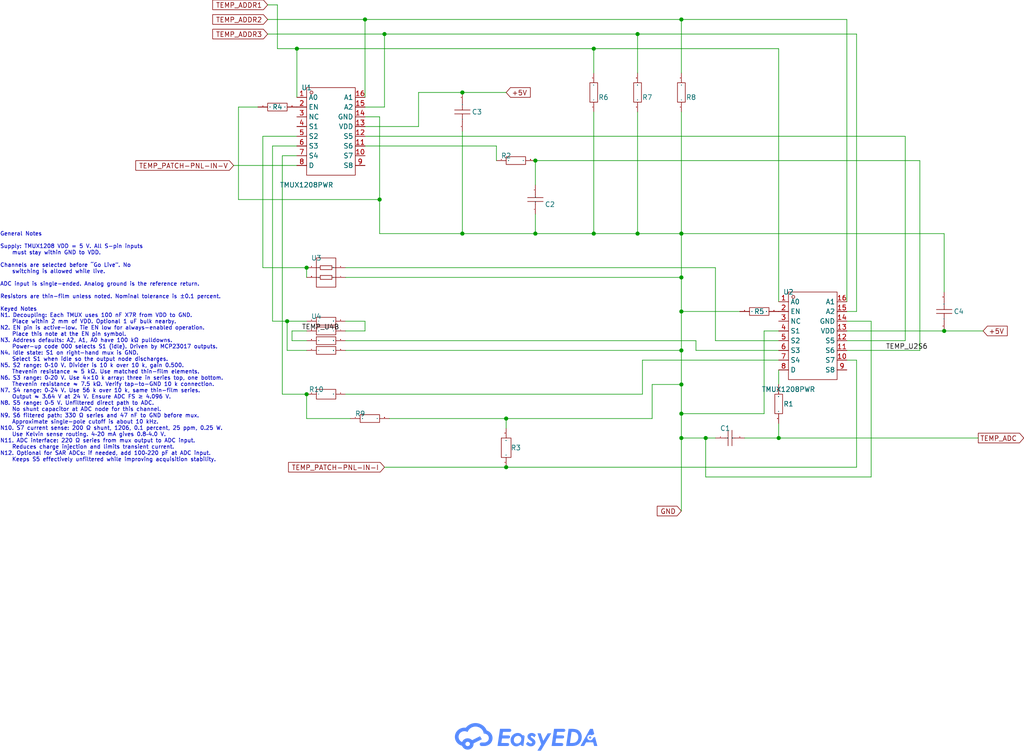
<source format=kicad_sch>
(kicad_sch (version 20250114) (generator "eeschema") (generator_version "9.0")
  (paper "User" 267.233 195.961)
  (lib_symbols
    (symbol "ProPrj_Pra-easyedapro:0603WAF1002T5E"
      (symbol "0603WAF1002T5E_1_0"
        (pin input line (at -5.08 0 0) (length 2.54) (name "1") (number "1"))
        (pin input line (at 5.08 0 180) (length 2.54) (name "2") (number "2"))
      )
    )
    (symbol "ProPrj_Pra-easyedapro:0603WAF2200T5E"
      (property "Reference" "R" (at 0 0 0))
      (symbol "0603WAF2200T5E_1_0"
        (pin input line (at -5.08 0 0) (length 2.54) (name "1") (number "1"))
        (pin input line (at 5.08 0 180) (length 2.54) (name "2") (number "2"))
      )
    )
    (symbol "ProPrj_Pra-easyedapro:ACASA1002S1002P1AT"
      (property "Reference" "U" (at 0 0 0))
      (symbol "ACASA1002S1002P1AT_1_0"
        (pin input line (at -5.08 5.08 0) (length 2.54) (name "1") (number "1"))
        (pin input line (at -5.08 2.54 0) (length 2.54) (name "2") (number "2"))
        (pin input line (at -5.08 0 0) (length 2.54) (name "3") (number "3"))
        (pin input line (at -5.08 -2.54 0) (length 2.54) (name "4") (number "4"))
        (pin input line (at 5.08 5.08 180) (length 2.54) (name "8") (number "8"))
        (pin input line (at 5.08 2.54 180) (length 2.54) (name "7") (number "7"))
        (pin input line (at 5.08 0 180) (length 2.54) (name "6") (number "6"))
        (pin input line (at 5.08 -2.54 180) (length 2.54) (name "5") (number "5"))
      )
    )
    (symbol "ProPrj_Pra-easyedapro:ACASN1002S1002P1AT"
      (property "Reference" "U" (at 0 0 0))
      (symbol "ACASN1002S1002P1AT_1_0"
        (pin unspecified line (at -5.08 2.54 0) (length 2.54) (name "1") (number "1"))
        (pin unspecified line (at -5.08 0 0) (length 2.54) (name "3") (number "3"))
        (pin unspecified line (at 5.08 2.54 180) (length 2.54) (name "2") (number "2"))
        (pin unspecified line (at 5.08 0 180) (length 2.54) (name "4") (number "4"))
      )
    )
    (symbol "ProPrj_Pra-easyedapro:CC0603KRX7R9BB104"
      (property "Reference" "C" (at 0 0 0))
      (symbol "CC0603KRX7R9BB104_1_0"
        (pin unspecified line (at -5.08 0 0) (length 2.54) (name "1") (number "1"))
        (pin unspecified line (at 5.08 0 180) (length 2.54) (name "2") (number "2"))
      )
    )
    (symbol "ProPrj_Pra-easyedapro:CL10B103KB8NNNC"
      (property "Reference" "C" (at 0 0 0))
      (symbol "CL10B103KB8NNNC_1_0"
        (pin input line (at -3.81 0 0) (length 2.54) (name "1") (number "1"))
        (pin input line (at 3.81 0 180) (length 2.54) (name "2") (number "2"))
      )
    )
    (symbol "ProPrj_Pra-easyedapro:CL10B473KB8NNNC"
      (property "Reference" "C" (at 0 0 0))
      (symbol "CL10B473KB8NNNC_1_0"
        (pin input line (at -3.81 0 0) (length 2.54) (name "1") (number "1"))
        (pin input line (at 3.81 0 180) (length 2.54) (name "2") (number "2"))
      )
    )
    (symbol "ProPrj_Pra-easyedapro:Drawing-Symbol_A4")
    (symbol "ProPrj_Pra-easyedapro:RC0402FR-07330RL"
      (property "Reference" "R" (at 0 0 0))
      (symbol "RC0402FR-07330RL_1_0"
        (pin input line (at -5.08 0 0) (length 2.54) (name "1") (number "1"))
        (pin input line (at 5.08 0 180) (length 2.54) (name "2") (number "2"))
      )
    )
    (symbol "ProPrj_Pra-easyedapro:RT0603BRD0710KL"
      (property "Reference" "R" (at 0 0 0))
      (symbol "RT0603BRD0710KL_1_0"
        (pin input line (at -5.08 0 0) (length 2.54) (name "1") (number "1"))
        (pin input line (at 5.08 0 180) (length 2.54) (name "2") (number "2"))
      )
    )
    (symbol "ProPrj_Pra-easyedapro:RT0603BRD0756KL"
      (property "Reference" "R" (at 0 0 0))
      (symbol "RT0603BRD0756KL_1_0"
        (pin unspecified line (at -5.08 0 0) (length 2.54) (name "1") (number "1"))
        (pin unspecified line (at 5.08 0 180) (length 2.54) (name "2") (number "2"))
      )
    )
    (symbol "ProPrj_Pra-easyedapro:RT1206BRD07200RL"
      (property "Reference" "R" (at 0 0 0))
      (symbol "RT1206BRD07200RL_1_0"
        (pin unspecified line (at -5.08 0 0) (length 2.54) (name "1") (number "1"))
        (pin unspecified line (at 5.08 0 180) (length 2.54) (name "2") (number "2"))
      )
    )
    (symbol "ProPrj_Pra-easyedapro:TMUX1208PWR"
      (property "Reference" "U" (at 0 0 0))
      (symbol "TMUX1208PWR_1_0"
        (pin unspecified line (at -8.89 8.89 0) (length 2.54) (name "A0") (number "1"))
        (pin unspecified line (at -8.89 6.35 0) (length 2.54) (name "EN") (number "2"))
        (pin unspecified line (at -8.89 3.81 0) (length 2.54) (name "NC") (number "3"))
        (pin unspecified line (at -8.89 1.27 0) (length 2.54) (name "S1") (number "4"))
        (pin unspecified line (at -8.89 -1.27 0) (length 2.54) (name "S2") (number "5"))
        (pin unspecified line (at -8.89 -3.81 0) (length 2.54) (name "S3") (number "6"))
        (pin unspecified line (at -8.89 -6.35 0) (length 2.54) (name "S4") (number "7"))
        (pin unspecified line (at -8.89 -8.89 0) (length 2.54) (name "D") (number "8"))
        (pin unspecified line (at 8.89 8.89 180) (length 2.54) (name "A1") (number "16"))
        (pin unspecified line (at 8.89 6.35 180) (length 2.54) (name "A2") (number "15"))
        (pin unspecified line (at 8.89 3.81 180) (length 2.54) (name "GND") (number "14"))
        (pin unspecified line (at 8.89 1.27 180) (length 2.54) (name "VDD") (number "13"))
        (pin unspecified line (at 8.89 -1.27 180) (length 2.54) (name "S5") (number "12"))
        (pin unspecified line (at 8.89 -3.81 180) (length 2.54) (name "S6") (number "11"))
        (pin unspecified line (at 8.89 -6.35 180) (length 2.54) (name "S7") (number "10"))
        (pin unspecified line (at 8.89 -8.89 180) (length 2.54) (name "S8") (number "9"))
      )
    )
  )
  (text "General Notes\n\nSupply: TMUX1208 VDD = 5 V. All S-pin inputs \n    must stay within GND to VDD.\n\nChannels are selected before “Go Live”. No \n    switching is allowed while live.\n\nADC input is single-ended. Analog ground is the reference return.\n\nResistors are thin-film unless noted. Nominal tolerance is ±0.1 percent.\n\nKeyed Notes\nN1. Decoupling: Each TMUX uses 100 nF X7R from VDD to GND.\n    Place within 2 mm of VDD. Optional 1 uF bulk nearby.\nN2. EN pin is active-low. Tie EN low for always-enabled operation.\n    Place this note at the EN pin symbol.\nN3. Address defaults: A2, A1, A0 have 100 kΩ pulldowns.\n    Power-up code 000 selects S1 (idle). Driven by MCP23017 outputs.\nN4. Idle state: S1 on right-hand mux is GND.\n    Select S1 when idle so the output node discharges.\nN5. S2 range: 0–10 V. Divider is 10 k over 10 k, gain 0.500.\n    Thevenin resistance ≈ 5 kΩ. Use matched thin-film elements.\nN6. S3 range: 0–20 V. Use 4×10 k array: three in series top, one bottom.\n    Thevenin resistance ≈ 7.5 kΩ. Verify tap-to-GND 10 k connection.\nN7. S4 range: 0–24 V. Use 56 k over 10 k, same thin-film series.\n    Output ≈ 3.64 V at 24 V. Ensure ADC FS ≥ 4.096 V.\nN8. S5 range: 0–5 V. Unfiltered direct path to ADC.\n    No shunt capacitor at ADC node for this channel.\nN9. S6 filtered path: 330 Ω series and 47 nF to GND before mux.\n    Approximate single-pole cutoff is about 10 kHz.\nN10. S7 current sense: 200 Ω shunt, 1206, 0.1 percent, 25 ppm, 0.25 W.\n    Use Kelvin sense routing. 4–20 mA gives 0.8–4.0 V.\nN11. ADC interface: 220 Ω series from mux output to ADC input.\n    Reduces charge injection and limits transient current.\nN12. Optional for SAR ADCs: if needed, add 100–220 pF at ADC input.\n    Keeps S5 effectively unfiltered while improving acquisition stability." (at 0 120.65 0) (effects (font (size 1.016 1.016)) (justify left bottom)))
  (junction (at 203.2 114.3))
  (junction (at 177.8 100.33))
  (junction (at 166.37 8.89))
  (junction (at 154.94 12.7))
  (junction (at 80.01 102.87))
  (junction (at 166.37 60.96))
  (junction (at 139.7 60.96))
  (junction (at 177.8 81.28))
  (junction (at 132.08 109.22))
  (junction (at 177.8 72.39))
  (junction (at 120.65 60.96))
  (junction (at 120.65 24.13))
  (junction (at 95.25 5.08))
  (junction (at 177.8 5.08))
  (junction (at 184.15 114.3))
  (junction (at 132.08 121.92))
  (junction (at 80.01 69.85))
  (junction (at 77.47 12.7))
  (junction (at 139.7 41.91))
  (junction (at 177.8 91.44))
  (junction (at 74.93 83.82))
  (junction (at 246.38 86.36))
  (junction (at 154.94 60.96))
  (junction (at 99.06 52.07))
  (junction (at 100.33 8.89))
  (junction (at 177.8 114.3))
  (junction (at 177.8 107.95))
  (junction (at 177.8 60.96))
  (wire (pts (xy 177.8 114.3) (xy 177.8 133.35)))
  (wire (pts (xy 95.25 35.56) (xy 236.22 35.56)))
  (wire (pts (xy 77.47 35.56) (xy 68.58 35.56)))
  (wire (pts (xy 199.39 86.36) (xy 203.2 86.36)))
  (wire (pts (xy 67.31 27.94) (xy 62.23 27.94)))
  (wire (pts (xy 68.58 69.85) (xy 80.01 69.85)))
  (wire (pts (xy 154.94 60.96) (xy 154.94 29.21)))
  (wire (pts (xy 177.8 5.08) (xy 220.98 5.08)))
  (wire (pts (xy 80.01 72.39) (xy 80.01 69.85)))
  (wire (pts (xy 166.37 8.89) (xy 223.52 8.89)))
  (wire (pts (xy 177.8 107.95) (xy 199.39 107.95)))
  (wire (pts (xy 72.39 12.7) (xy 77.47 12.7)))
  (wire (pts (xy 109.22 24.13) (xy 120.65 24.13)))
  (wire (pts (xy 177.8 60.96) (xy 177.8 29.21)))
  (wire (pts (xy 177.8 72.39) (xy 177.8 60.96)))
  (wire (pts (xy 154.94 60.96) (xy 139.7 60.96)))
  (wire (pts (xy 74.93 83.82) (xy 80.01 83.82)))
  (wire (pts (xy 74.93 83.82) (xy 71.12 83.82)))
  (wire (pts (xy 166.37 60.96) (xy 166.37 29.21)))
  (wire (pts (xy 132.08 121.92) (xy 223.52 121.92)))
  (wire (pts (xy 186.69 88.9) (xy 203.2 88.9)))
  (wire (pts (xy 181.61 91.44) (xy 203.2 91.44)))
  (wire (pts (xy 223.52 93.98) (xy 220.98 93.98)))
  (wire (pts (xy 186.69 69.85) (xy 186.69 88.9)))
  (wire (pts (xy 177.8 100.33) (xy 177.8 107.95)))
  (wire (pts (xy 177.8 114.3) (xy 184.15 114.3)))
  (wire (pts (xy 74.93 83.82) (xy 74.93 91.44)))
  (wire (pts (xy 132.08 109.22) (xy 132.08 111.76)))
  (wire (pts (xy 167.64 102.87) (xy 167.64 93.98)))
  (wire (pts (xy 100.33 27.94) (xy 95.25 27.94)))
  (wire (pts (xy 203.2 78.74) (xy 203.2 12.7)))
  (wire (pts (xy 177.8 5.08) (xy 177.8 19.05)))
  (wire (pts (xy 154.94 12.7) (xy 203.2 12.7)))
  (wire (pts (xy 71.12 83.82) (xy 71.12 38.1)))
  (wire (pts (xy 90.17 102.87) (xy 167.64 102.87)))
  (wire (pts (xy 194.31 114.3) (xy 203.2 114.3)))
  (wire (pts (xy 95.25 33.02) (xy 109.22 33.02)))
  (wire (pts (xy 139.7 41.91) (xy 240.03 41.91)))
  (wire (pts (xy 74.93 91.44) (xy 80.01 91.44)))
  (wire (pts (xy 90.17 83.82) (xy 95.25 83.82)))
  (wire (pts (xy 177.8 81.28) (xy 193.04 81.28)))
  (wire (pts (xy 95.25 38.1) (xy 129.54 38.1)))
  (wire (pts (xy 220.98 5.08) (xy 220.98 78.74)))
  (wire (pts (xy 167.64 93.98) (xy 203.2 93.98)))
  (wire (pts (xy 99.06 52.07) (xy 99.06 60.96)))
  (wire (pts (xy 99.06 30.48) (xy 95.25 30.48)))
  (wire (pts (xy 220.98 81.28) (xy 223.52 81.28)))
  (wire (pts (xy 72.39 12.7) (xy 72.39 1.27)))
  (wire (pts (xy 246.38 60.96) (xy 177.8 60.96)))
  (wire (pts (xy 246.38 86.36) (xy 256.54 86.36)))
  (wire (pts (xy 99.06 52.07) (xy 99.06 30.48)))
  (wire (pts (xy 60.96 43.18) (xy 77.47 43.18)))
  (wire (pts (xy 170.18 100.33) (xy 177.8 100.33)))
  (wire (pts (xy 203.2 114.3) (xy 255.27 114.3)))
  (wire (pts (xy 77.47 38.1) (xy 71.12 38.1)))
  (wire (pts (xy 73.66 40.64) (xy 73.66 102.87)))
  (wire (pts (xy 236.22 88.9) (xy 220.98 88.9)))
  (wire (pts (xy 120.65 60.96) (xy 120.65 34.29)))
  (wire (pts (xy 203.2 110.49) (xy 203.2 114.3)))
  (wire (pts (xy 120.65 60.96) (xy 99.06 60.96)))
  (wire (pts (xy 199.39 107.95) (xy 199.39 86.36)))
  (wire (pts (xy 80.01 109.22) (xy 91.44 109.22)))
  (wire (pts (xy 154.94 12.7) (xy 154.94 19.05)))
  (wire (pts (xy 95.25 83.82) (xy 95.25 86.36)))
  (wire (pts (xy 184.15 124.46) (xy 227.33 124.46)))
  (wire (pts (xy 240.03 91.44) (xy 220.98 91.44)))
  (wire (pts (xy 129.54 38.1) (xy 129.54 41.91)))
  (wire (pts (xy 246.38 76.2) (xy 246.38 60.96)))
  (wire (pts (xy 68.58 35.56) (xy 68.58 69.85)))
  (wire (pts (xy 181.61 88.9) (xy 181.61 91.44)))
  (wire (pts (xy 80.01 102.87) (xy 80.01 109.22)))
  (wire (pts (xy 95.25 5.08) (xy 69.85 5.08)))
  (wire (pts (xy 223.52 8.89) (xy 223.52 81.28)))
  (wire (pts (xy 95.25 86.36) (xy 90.17 86.36)))
  (wire (pts (xy 100.33 8.89) (xy 69.85 8.89)))
  (wire (pts (xy 76.2 88.9) (xy 80.01 88.9)))
  (wire (pts (xy 177.8 91.44) (xy 177.8 100.33)))
  (wire (pts (xy 170.18 109.22) (xy 170.18 100.33)))
  (wire (pts (xy 62.23 27.94) (xy 62.23 52.07)))
  (wire (pts (xy 90.17 69.85) (xy 186.69 69.85)))
  (wire (pts (xy 236.22 35.56) (xy 236.22 88.9)))
  (wire (pts (xy 177.8 91.44) (xy 177.8 81.28)))
  (wire (pts (xy 76.2 86.36) (xy 76.2 88.9)))
  (wire (pts (xy 100.33 8.89) (xy 166.37 8.89)))
  (wire (pts (xy 73.66 102.87) (xy 80.01 102.87)))
  (wire (pts (xy 77.47 12.7) (xy 77.47 25.4)))
  (wire (pts (xy 139.7 60.96) (xy 139.7 55.88)))
  (wire (pts (xy 166.37 19.05) (xy 166.37 8.89)))
  (wire (pts (xy 240.03 41.91) (xy 240.03 91.44)))
  (wire (pts (xy 95.25 5.08) (xy 95.25 25.4)))
  (wire (pts (xy 120.65 60.96) (xy 139.7 60.96)))
  (wire (pts (xy 77.47 40.64) (xy 73.66 40.64)))
  (wire (pts (xy 109.22 24.13) (xy 109.22 33.02)))
  (wire (pts (xy 223.52 121.92) (xy 223.52 93.98)))
  (wire (pts (xy 120.65 24.13) (xy 132.08 24.13)))
  (wire (pts (xy 227.33 83.82) (xy 220.98 83.82)))
  (wire (pts (xy 154.94 12.7) (xy 77.47 12.7)))
  (wire (pts (xy 100.33 121.92) (xy 132.08 121.92)))
  (wire (pts (xy 177.8 91.44) (xy 90.17 91.44)))
  (wire (pts (xy 166.37 60.96) (xy 154.94 60.96)))
  (wire (pts (xy 132.08 109.22) (xy 101.6 109.22)))
  (wire (pts (xy 62.23 52.07) (xy 99.06 52.07)))
  (wire (pts (xy 132.08 109.22) (xy 170.18 109.22)))
  (wire (pts (xy 227.33 124.46) (xy 227.33 83.82)))
  (wire (pts (xy 184.15 114.3) (xy 184.15 124.46)))
  (wire (pts (xy 186.69 114.3) (xy 184.15 114.3)))
  (wire (pts (xy 177.8 72.39) (xy 90.17 72.39)))
  (wire (pts (xy 90.17 88.9) (xy 181.61 88.9)))
  (wire (pts (xy 177.8 72.39) (xy 177.8 81.28)))
  (wire (pts (xy 100.33 8.89) (xy 100.33 27.94)))
  (wire (pts (xy 203.2 96.52) (xy 203.2 100.33)))
  (wire (pts (xy 139.7 48.26) (xy 139.7 41.91)))
  (wire (pts (xy 220.98 86.36) (xy 246.38 86.36)))
  (wire (pts (xy 72.39 1.27) (xy 69.85 1.27)))
  (wire (pts (xy 166.37 60.96) (xy 177.8 60.96)))
  (wire (pts (xy 95.25 5.08) (xy 177.8 5.08)))
  (wire (pts (xy 80.01 86.36) (xy 76.2 86.36)))
  (wire (pts (xy 177.8 114.3) (xy 177.8 107.95)))
  (label "TEMP_U4B" (at 78.74 86.36 0))
  (label "TEMP_U2S6" (at 231.14 91.44 0))
  (global_label "+5V" (shape input) (at 256.54 86.36 0) (property "Intersheetrefs" "${INTERSHEET_REFS}" (effects (hide yes))))
  (global_label "GND" (shape input) (at 177.8 133.35 180) (property "Intersheetrefs" "${INTERSHEET_REFS}" (effects (hide yes))))
  (global_label "TEMP_ADC" (shape output) (at 255.27 114.3 0) (property "Intersheetrefs" "${INTERSHEET_REFS}" (effects (hide yes))))
  (global_label "TEMP_ADDR3" (shape input) (at 69.85 8.89 180) (property "Intersheetrefs" "${INTERSHEET_REFS}" (effects (hide yes))))
  (global_label "+5V" (shape input) (at 132.08 24.13 0) (property "Intersheetrefs" "${INTERSHEET_REFS}" (effects (hide yes))))
  (global_label "TEMP_PATCH-PNL-IN-I" (shape input) (at 100.33 121.92 180) (property "Intersheetrefs" "${INTERSHEET_REFS}" (effects (hide yes))))
  (global_label "TEMP_ADDR1" (shape input) (at 69.85 1.27 180) (property "Intersheetrefs" "${INTERSHEET_REFS}" (effects (hide yes))))
  (global_label "TEMP_PATCH-PNL-IN-V" (shape input) (at 60.96 43.18 180) (property "Intersheetrefs" "${INTERSHEET_REFS}" (effects (hide yes))))
  (global_label "TEMP_ADDR2" (shape input) (at 69.85 5.08 180) (property "Intersheetrefs" "${INTERSHEET_REFS}" (effects (hide yes))))
  (symbol (lib_id "ProPrj_Pra-easyedapro:RC0402FR-07330RL") (at 134.62 41.91 0) (unit 1)
    (property "Reference" "R2" (at 132.08 40.64 0))
    (property "Value" "330Ω" (effects (hide yes)))
    (property "Footprint" "ProPrj_Pra-easyedapro:R0402" (effects (hide yes)))
    (property "Datasheet" "https://item.szlcsc.com/datasheet/RC0402FR-07330RL/107090.html" (effects (hide yes)))
    (property "Description" "Type:Thick Film Resistor Resistance:330Ω Tolerance:±1% Tolerance:±1% Power(Watts):62.5mW Voltage-Supply(Max):50V Temperature Coefficient:±100ppm/°C Temperature Coefficient:±100ppm/°C Operating Temperature:-55°C~+155°C Operating Temperature:-55°C~+155°C" (effects (hide yes)))
    (property "Manufacturer Part" "RC0402FR-07330RL" (effects (hide yes)))
    (property "Manufacturer" "YAGEO(国巨)" (effects (hide yes)))
    (property "Supplier Part" "C105875" (effects (hide yes)))
    (property "Supplier" "LCSC" (effects (hide yes)))
    (property "LCSC Part Name" "厚膜电阻 330Ω ±1% 62.5mW" (effects (hide yes)))
  )
  (symbol (lib_id "ProPrj_Pra-easyedapro:CC0603KRX7R9BB104") (at 120.65 29.21 90) (unit 1)
    (property "Reference" "C3" (at 124.46 29.21 90))
    (property "Value" "100nF" (effects (hide yes)))
    (property "Footprint" "ProPrj_Pra-easyedapro:C0603" (effects (hide yes)))
    (property "Datasheet" "https://atta.szlcsc.com/upload/public/pdf/source/20250214/096C4C206003071F5D32E5F0D8E7F8DF.pdf" (effects (hide yes)))
    (property "Description" "Capacitance:100nF Tolerance:±10% Tolerance:±10% Voltage Rating:50V Temperature Coefficient:X7R" (effects (hide yes)))
    (property "Manufacturer Part" "CC0603KRX7R9BB104" (effects (hide yes)))
    (property "Manufacturer" "YAGEO(国巨)" (effects (hide yes)))
    (property "Supplier Part" "C14663" (effects (hide yes)))
    (property "Supplier" "LCSC" (effects (hide yes)))
    (property "LCSC Part Name" "100nF ±10% 50V" (effects (hide yes)))
  )
  (symbol (lib_id "ProPrj_Pra-easyedapro:0603WAF1002T5E") (at 166.37 24.13 90) (unit 1)
    (property "Reference" "R7" (at 168.91 25.4 90))
    (property "Value" "10kΩ" (effects (hide yes)))
    (property "Footprint" "ProPrj_Pra-easyedapro:R0603" (effects (hide yes)))
    (property "Datasheet" "https://atta.szlcsc.com/upload/public/pdf/source/20200306/C422600_1E6D84923E4A46A82E41ADD87F860B5C.pdf" (effects (hide yes)))
    (property "Description" "Type:Thick Film Resistor Resistance:10kΩ Tolerance:±1% Tolerance:±1% Power(Watts):100mW Voltage-Supply(Max):75V Temperature Coefficient:±100ppm/°C Temperature Coefficient:±100ppm/°C Operating Temperature:-55°C~+155°C Operating Temperature:-55°C~+155°C" (effects (hide yes)))
    (property "Manufacturer Part" "0603WAF1002T5E" (effects (hide yes)))
    (property "Manufacturer" "UNI-ROYAL(厚声)" (effects (hide yes)))
    (property "Supplier Part" "C25804" (effects (hide yes)))
    (property "Supplier" "LCSC" (effects (hide yes)))
    (property "LCSC Part Name" "厚膜电阻 10kΩ ±1% 100mW" (effects (hide yes)))
  )
  (symbol (lib_id "ProPrj_Pra-easyedapro:RT0603BRD0710KL") (at 96.52 109.22 0) (unit 1)
    (property "Reference" "R9" (at 93.98 107.95 0))
    (property "Value" "10kΩ" (effects (hide yes)))
    (property "Footprint" "ProPrj_Pra-easyedapro:R0603" (effects (hide yes)))
    (property "Datasheet" "https://atta.szlcsc.com/upload/public/pdf/source/20250609/0E6D5617EADA80FA3B707391883DF2D5.pdf" (effects (hide yes)))
    (property "Description" "Type:Thin Film Resistor Resistance:10kΩ Tolerance:±0.1% Tolerance:±0.1% Power(Watts):100mW Voltage-Supply(Max):75V Temperature Coefficient:±25ppm/°C Temperature Coefficient:±25ppm/°C Operating Temperature:-55°C~+155°C Operating Temperature:-55°C~+155°C" (effects (hide yes)))
    (property "Manufacturer Part" "RT0603BRD0710KL" (effects (hide yes)))
    (property "Manufacturer" "YAGEO(国巨)" (effects (hide yes)))
    (property "Supplier Part" "C95204" (effects (hide yes)))
    (property "Supplier" "LCSC" (effects (hide yes)))
    (property "LCSC Part Name" "薄膜电阻 10kΩ ±0.1% 100mW" (effects (hide yes)))
  )
  (symbol (lib_id "ProPrj_Pra-easyedapro:TMUX1208PWR") (at 86.36 34.29 0) (unit 1)
    (property "Reference" "U1" (at 80.01 22.86 0))
    (property "Value" "TMUX1208PWR" (at 80.01 48.26 0))
    (property "Footprint" "ProPrj_Pra-easyedapro:TSSOP-16_L5.0-W4.4-P0.65-LS6.4-BL" (effects (hide yes)))
    (property "Datasheet" "https://www.ti.com/cn/lit/gpn/tmux1208" (effects (hide yes)))
    (property "Description" "Switch Circuit:SP8T single pole eight throw Number of Channels:8 Supply Voltage:1.08V~5.5V Supply Voltage:1.08V~5.5V Turn-on time:48ns On-State Resistance (Max):9Ω Turn-off time:48ns Operating Temperature:-40°C~+125°C Operating Temperature:-40°C~+125°C" (effects (hide yes)))
    (property "Manufacturer Part" "TMUX1208PWR" (effects (hide yes)))
    (property "Manufacturer" "TI(德州仪器)" (effects (hide yes)))
    (property "Supplier Part" "C494728" (effects (hide yes)))
    (property "Supplier" "LCSC" (effects (hide yes)))
    (property "LCSC Part Name" "TMUX1208 5V 双向8:1单通道多路复用器" (effects (hide yes)))
  )
  (symbol (lib_id "ProPrj_Pra-easyedapro:Drawing-Symbol_A4") (at -6.35 199.39 0) (unit 1)
    (property "Reference" "?" (at -6.35 199.39 0))
    (property "Footprint" "ProPrj_Pra-easyedapro:" (effects (hide yes)))
    (property "@Board Name" "Universal Analog Input" (at -6.35 199.39 0))
    (property "@Create Date" "2025-08-09" (at -6.35 199.39 0))
    (property "@Create Time" "20:16:12" (at -6.35 199.39 0))
    (property "@Page Count" "1" (at -6.35 199.39 0))
    (property "@Page Name" "P1" (at -6.35 199.39 0))
    (property "@Page No" "1" (at -6.35 199.39 0))
    (property "@Project Name" "Practice 4 layer" (at -6.35 199.39 0))
    (property "@Schematic Name" "Uni Analog In" (at -6.35 199.39 0))
    (property "@Update Date" "2025-08-16" (at -6.35 199.39 0))
    (property "@Update Time" "17:05:03" (at -6.35 199.39 0))
    (property "Blade Width" "10" (at -6.35 199.39 0))
    (property "Border" "1" (at -6.35 199.39 0))
    (property "Color" "#FF0000" (at -6.35 199.39 0))
    (property "Company" "EasyEDA.com" (at -6.35 199.39 0))
    (property "Height" "825" (at -6.35 199.39 0))
    (property "Page Size" "A4" (at -6.35 199.39 0))
    (property "Region Start" "1" (at -6.35 199.39 0))
    (property "Title Block" "1" (at -6.35 199.39 0))
    (property "Title Block Position" "3" (at -6.35 199.39 0))
    (property "Version" "V1.0" (at -6.35 199.39 0))
    (property "Width" "1170" (at -6.35 199.39 0))
    (property "X Region Count" "6" (at -6.35 199.39 0))
    (property "Y Region Count" "4" (at -6.35 199.39 0))
  )
  (symbol (lib_id "ProPrj_Pra-easyedapro:0603WAF1002T5E") (at 177.8 24.13 90) (unit 1)
    (property "Reference" "R8" (at 180.34 25.4 90))
    (property "Value" "10kΩ" (effects (hide yes)))
    (property "Footprint" "ProPrj_Pra-easyedapro:R0603" (effects (hide yes)))
    (property "Datasheet" "https://atta.szlcsc.com/upload/public/pdf/source/20200306/C422600_1E6D84923E4A46A82E41ADD87F860B5C.pdf" (effects (hide yes)))
    (property "Description" "Type:Thick Film Resistor Resistance:10kΩ Tolerance:±1% Tolerance:±1% Power(Watts):100mW Voltage-Supply(Max):75V Temperature Coefficient:±100ppm/°C Temperature Coefficient:±100ppm/°C Operating Temperature:-55°C~+155°C Operating Temperature:-55°C~+155°C" (effects (hide yes)))
    (property "Manufacturer Part" "0603WAF1002T5E" (effects (hide yes)))
    (property "Manufacturer" "UNI-ROYAL(厚声)" (effects (hide yes)))
    (property "Supplier Part" "C25804" (effects (hide yes)))
    (property "Supplier" "LCSC" (effects (hide yes)))
    (property "LCSC Part Name" "厚膜电阻 10kΩ ±1% 100mW" (effects (hide yes)))
  )
  (symbol (lib_id "ProPrj_Pra-easyedapro:CC0603KRX7R9BB104") (at 246.38 81.28 90) (unit 1)
    (property "Reference" "C4" (at 250.19 81.28 90))
    (property "Value" "100nF" (effects (hide yes)))
    (property "Footprint" "ProPrj_Pra-easyedapro:C0603" (effects (hide yes)))
    (property "Datasheet" "https://atta.szlcsc.com/upload/public/pdf/source/20250214/096C4C206003071F5D32E5F0D8E7F8DF.pdf" (effects (hide yes)))
    (property "Description" "Capacitance:100nF Tolerance:±10% Tolerance:±10% Voltage Rating:50V Temperature Coefficient:X7R" (effects (hide yes)))
    (property "Manufacturer Part" "CC0603KRX7R9BB104" (effects (hide yes)))
    (property "Manufacturer" "YAGEO(国巨)" (effects (hide yes)))
    (property "Supplier Part" "C14663" (effects (hide yes)))
    (property "Supplier" "LCSC" (effects (hide yes)))
    (property "LCSC Part Name" "100nF ±10% 50V" (effects (hide yes)))
  )
  (symbol (lib_id "ProPrj_Pra-easyedapro:RT0603BRD0756KL") (at 85.09 102.87 0) (unit 1)
    (property "Reference" "R10" (at 82.55 101.6 0))
    (property "Value" "56kΩ" (effects (hide yes)))
    (property "Footprint" "ProPrj_Pra-easyedapro:R0603" (effects (hide yes)))
    (property "Datasheet" "https://item.szlcsc.com/datasheet/RT0603BRD0756KL/742305.html" (effects (hide yes)))
    (property "Description" "Type:Thin Film Resistor Resistance:56kΩ Tolerance:±0.1% Tolerance:±0.1% Power(Watts):100mW Voltage-Supply(Max):75V Temperature Coefficient:±25ppm/°C Temperature Coefficient:±25ppm/°C Operating Temperature:-55°C~+155°C Operating Temperature:-55°C~+155°C" (effects (hide yes)))
    (property "Manufacturer Part" "RT0603BRD0756KL" (effects (hide yes)))
    (property "Manufacturer" "YAGEO(国巨)" (effects (hide yes)))
    (property "Supplier Part" "C705785" (effects (hide yes)))
    (property "Supplier" "LCSC" (effects (hide yes)))
    (property "LCSC Part Name" "薄膜电阻 56kΩ ±0.1% 100mW" (effects (hide yes)))
  )
  (symbol (lib_id "ProPrj_Pra-easyedapro:TMUX1208PWR") (at 212.09 87.63 0) (unit 1)
    (property "Reference" "U2" (at 205.74 76.2 0))
    (property "Value" "TMUX1208PWR" (at 205.74 101.6 0))
    (property "Footprint" "ProPrj_Pra-easyedapro:TSSOP-16_L5.0-W4.4-P0.65-LS6.4-BL" (effects (hide yes)))
    (property "Datasheet" "https://www.ti.com/cn/lit/gpn/tmux1208" (effects (hide yes)))
    (property "Description" "Switch Circuit:SP8T single pole eight throw Number of Channels:8 Supply Voltage:1.08V~5.5V Supply Voltage:1.08V~5.5V Turn-on time:48ns On-State Resistance (Max):9Ω Turn-off time:48ns Operating Temperature:-40°C~+125°C Operating Temperature:-40°C~+125°C" (effects (hide yes)))
    (property "Manufacturer Part" "TMUX1208PWR" (effects (hide yes)))
    (property "Manufacturer" "TI(德州仪器)" (effects (hide yes)))
    (property "Supplier Part" "C494728" (effects (hide yes)))
    (property "Supplier" "LCSC" (effects (hide yes)))
    (property "LCSC Part Name" "TMUX1208 5V 双向8:1单通道多路复用器" (effects (hide yes)))
  )
  (symbol (lib_id "ProPrj_Pra-easyedapro:CL10B103KB8NNNC") (at 190.5 114.3 0) (unit 1)
    (property "Reference" "C1" (at 189.23 111.76 0))
    (property "Value" "10nF" (effects (hide yes)))
    (property "Footprint" "ProPrj_Pra-easyedapro:C0603" (effects (hide yes)))
    (property "Datasheet" "https://atta.szlcsc.com/upload/public/pdf/source/20160218/1457707763339.pdf" (effects (hide yes)))
    (property "Description" "Capacitance: Tolerance:±10% Tolerance:±10% Voltage Rated: Temperature Coefficient:" (effects (hide yes)))
    (property "Manufacturer Part" "CL10B103KB8NNNC" (effects (hide yes)))
    (property "Manufacturer" "SAMSUNG(三星)" (effects (hide yes)))
    (property "Supplier Part" "C1589" (effects (hide yes)))
    (property "Supplier" "LCSC" (effects (hide yes)))
    (property "LCSC Part Name" "10nF ±10% 50V" (effects (hide yes)))
  )
  (symbol (lib_id "ProPrj_Pra-easyedapro:0603WAF1002T5E") (at 154.94 24.13 90) (unit 1)
    (property "Reference" "R6" (at 157.48 25.4 90))
    (property "Value" "10kΩ" (effects (hide yes)))
    (property "Footprint" "ProPrj_Pra-easyedapro:R0603" (effects (hide yes)))
    (property "Datasheet" "https://atta.szlcsc.com/upload/public/pdf/source/20200306/C422600_1E6D84923E4A46A82E41ADD87F860B5C.pdf" (effects (hide yes)))
    (property "Description" "Type:Thick Film Resistor Resistance:10kΩ Tolerance:±1% Tolerance:±1% Power(Watts):100mW Voltage-Supply(Max):75V Temperature Coefficient:±100ppm/°C Temperature Coefficient:±100ppm/°C Operating Temperature:-55°C~+155°C Operating Temperature:-55°C~+155°C" (effects (hide yes)))
    (property "Manufacturer Part" "0603WAF1002T5E" (effects (hide yes)))
    (property "Manufacturer" "UNI-ROYAL(厚声)" (effects (hide yes)))
    (property "Supplier Part" "C25804" (effects (hide yes)))
    (property "Supplier" "LCSC" (effects (hide yes)))
    (property "LCSC Part Name" "厚膜电阻 10kΩ ±1% 100mW" (effects (hide yes)))
  )
  (symbol (lib_id "ProPrj_Pra-easyedapro:ACASA1002S1002P1AT") (at 85.09 88.9 0) (unit 1)
    (property "Reference" "U4" (at 82.55 82.55 0))
    (property "Value" "10kΩ" (effects (hide yes)))
    (property "Footprint" "ProPrj_Pra-easyedapro:RES-ARRAY-SMD_0603-8P-L3.2-W1.6-BL" (effects (hide yes)))
    (property "Datasheet" "https://atta.szlcsc.com/upload/public/pdf/source/20210610/946032B312301F04FF34E4BF4252574C.pdf" (effects (hide yes)))
    (property "Description" "Number of Resistors: Resistance:10kΩ Tolerance:±0.1% Tolerance:±0.1% Power(Watts):125mW Temperature Coefficient:±25ppm/°C Temperature Coefficient:±25ppm/°C Number of Pins:" (effects (hide yes)))
    (property "Manufacturer Part" "ACASA1002S1002P1AT" (effects (hide yes)))
    (property "Manufacturer" "VISHAY(威世)" (effects (hide yes)))
    (property "Supplier Part" "C2654119" (effects (hide yes)))
    (property "Supplier" "LCSC" (effects (hide yes)))
    (property "LCSC Part Name" "10kΩ ±0.1%" (effects (hide yes)))
  )
  (symbol (lib_id "ProPrj_Pra-easyedapro:ACASN1002S1002P1AT") (at 85.09 72.39 0) (unit 1)
    (property "Reference" "U3" (at 82.55 67.31 0))
    (property "Value" "10kΩ" (effects (hide yes)))
    (property "Footprint" "ProPrj_Pra-easyedapro:RES-ARRAY-SMD_4P-L1.6-W1.5-BL" (effects (hide yes)))
    (property "Datasheet" "https://atta.szlcsc.com/upload/public/pdf/source/20210610/946032B312301F04FF34E4BF4252574C.pdf" (effects (hide yes)))
    (property "Description" "Number of Resistors: Resistance: Tolerance:±0.1% Tolerance:±0.1% Power(Watts): Temperature Coefficient:±25ppm/°C Temperature Coefficient:±25ppm/°C Number of Pins:" (effects (hide yes)))
    (property "Manufacturer Part" "ACASN1002S1002P1AT" (effects (hide yes)))
    (property "Manufacturer" "VISHAY(威世)" (effects (hide yes)))
    (property "Supplier Part" "C2654064" (effects (hide yes)))
    (property "Supplier" "LCSC" (effects (hide yes)))
    (property "LCSC Part Name" "10kΩ ±0.1%" (effects (hide yes)))
  )
  (symbol (lib_id "ProPrj_Pra-easyedapro:0603WAF2200T5E") (at 203.2 105.41 90) (unit 1)
    (property "Reference" "R1" (at 205.74 105.41 90))
    (property "Value" "220Ω" (effects (hide yes)))
    (property "Footprint" "ProPrj_Pra-easyedapro:R0603" (effects (hide yes)))
    (property "Datasheet" "https://atta.szlcsc.com/upload/public/pdf/source/20200306/C422600_1E6D84923E4A46A82E41ADD87F860B5C.pdf" (effects (hide yes)))
    (property "Description" "Type:Thick Film Resistors Resistance: Tolerance:±1% Tolerance:±1% Power(Watts): Overload Voltage (Max): Temperature Coefficient:±100ppm/°C Temperature Coefficient:±100ppm/°C Operating Temperature Range:-55°C~+155°C Operating Temperature Range:-55°C~+155°C" (effects (hide yes)))
    (property "Manufacturer Part" "0603WAF2200T5E" (effects (hide yes)))
    (property "Manufacturer" "UNI-ROYAL(厚声)" (effects (hide yes)))
    (property "Supplier Part" "C22962" (effects (hide yes)))
    (property "Supplier" "LCSC" (effects (hide yes)))
    (property "LCSC Part Name" "220Ω ±1% 100mW 厚膜电阻" (effects (hide yes)))
  )
  (symbol (lib_id "ProPrj_Pra-easyedapro:RT1206BRD07200RL") (at 132.08 116.84 90) (unit 1)
    (property "Reference" "R3" (at 134.62 116.84 90))
    (property "Value" "200Ω" (effects (hide yes)))
    (property "Footprint" "ProPrj_Pra-easyedapro:R1206" (effects (hide yes)))
    (property "Datasheet" "https://atta.szlcsc.com/upload/public/pdf/source/20200610/C326738_5639A9F1B6EB6E4AE2197577D3456E7F.pdf" (effects (hide yes)))
    (property "Description" "Type:Thin Film Resistor Resistance: Tolerance:±0.1% Tolerance:±0.1% Power(Watts):250mW Temperature Coefficient:±25ppm/°C Temperature Coefficient:±25ppm/°C Operating Temperature Range:-55°C~+155°C Operating Temperature Range:-55°C~+155°C" (effects (hide yes)))
    (property "Manufacturer Part" "RT1206BRD07200RL" (effects (hide yes)))
    (property "Manufacturer" "YAGEO(国巨)" (effects (hide yes)))
    (property "Supplier Part" "C870537" (effects (hide yes)))
    (property "Supplier" "LCSC" (effects (hide yes)))
    (property "LCSC Part Name" "薄膜电阻 200Ω ±0.1% 250mW" (effects (hide yes)))
  )
  (symbol (lib_id "ProPrj_Pra-easyedapro:0603WAF1002T5E") (at 198.12 81.28 0) (unit 1)
    (property "Reference" "R5" (at 198.12 81.28 0))
    (property "Value" "10kΩ" (effects (hide yes)))
    (property "Footprint" "ProPrj_Pra-easyedapro:R0603" (effects (hide yes)))
    (property "Datasheet" "https://atta.szlcsc.com/upload/public/pdf/source/20200306/C422600_1E6D84923E4A46A82E41ADD87F860B5C.pdf" (effects (hide yes)))
    (property "Description" "Type:Thick Film Resistor Resistance:10kΩ Tolerance:±1% Tolerance:±1% Power(Watts):100mW Voltage-Supply(Max):75V Temperature Coefficient:±100ppm/°C Temperature Coefficient:±100ppm/°C Operating Temperature:-55°C~+155°C Operating Temperature:-55°C~+155°C" (effects (hide yes)))
    (property "Manufacturer Part" "0603WAF1002T5E" (effects (hide yes)))
    (property "Manufacturer" "UNI-ROYAL(厚声)" (effects (hide yes)))
    (property "Supplier Part" "C25804" (effects (hide yes)))
    (property "Supplier" "LCSC" (effects (hide yes)))
    (property "LCSC Part Name" "厚膜电阻 10kΩ ±1% 100mW" (effects (hide yes)))
  )
  (symbol (lib_id "ProPrj_Pra-easyedapro:0603WAF1002T5E") (at 72.39 27.94 0) (unit 1)
    (property "Reference" "R4" (at 72.39 27.94 0))
    (property "Value" "10kΩ" (effects (hide yes)))
    (property "Footprint" "ProPrj_Pra-easyedapro:R0603" (effects (hide yes)))
    (property "Datasheet" "https://atta.szlcsc.com/upload/public/pdf/source/20200306/C422600_1E6D84923E4A46A82E41ADD87F860B5C.pdf" (effects (hide yes)))
    (property "Description" "Type:Thick Film Resistor Resistance:10kΩ Tolerance:±1% Tolerance:±1% Power(Watts):100mW Voltage-Supply(Max):75V Temperature Coefficient:±100ppm/°C Temperature Coefficient:±100ppm/°C Operating Temperature:-55°C~+155°C Operating Temperature:-55°C~+155°C" (effects (hide yes)))
    (property "Manufacturer Part" "0603WAF1002T5E" (effects (hide yes)))
    (property "Manufacturer" "UNI-ROYAL(厚声)" (effects (hide yes)))
    (property "Supplier Part" "C25804" (effects (hide yes)))
    (property "Supplier" "LCSC" (effects (hide yes)))
    (property "LCSC Part Name" "厚膜电阻 10kΩ ±1% 100mW" (effects (hide yes)))
  )
  (symbol (lib_id "ProPrj_Pra-easyedapro:CL10B473KB8NNNC") (at 139.7 52.07 90) (unit 1)
    (property "Reference" "C2" (at 143.51 53.34 90))
    (property "Value" "47nF" (effects (hide yes)))
    (property "Footprint" "ProPrj_Pra-easyedapro:C0603" (effects (hide yes)))
    (property "Datasheet" "https://atta.szlcsc.com/upload/public/pdf/source/20160218/1457707763339.pdf" (effects (hide yes)))
    (property "Description" "Capacitance: Tolerance:±10% Tolerance:±10% Voltage Rated: Temperature Coefficient:" (effects (hide yes)))
    (property "Manufacturer Part" "CL10B473KB8NNNC" (effects (hide yes)))
    (property "Manufacturer" "SAMSUNG(三星)" (effects (hide yes)))
    (property "Supplier Part" "C1622" (effects (hide yes)))
    (property "Supplier" "LCSC" (effects (hide yes)))
    (property "LCSC Part Name" "47nF ±10% 50V" (effects (hide yes)))
  )
)
</source>
